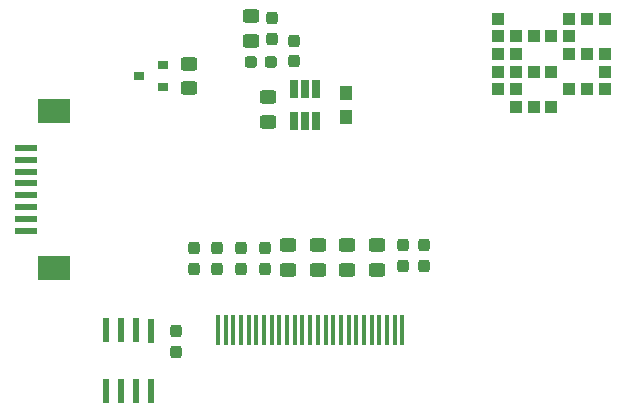
<source format=gtp>
G04 #@! TF.GenerationSoftware,KiCad,Pcbnew,(6.0.1-0)*
G04 #@! TF.CreationDate,2022-03-11T23:22:37+01:00*
G04 #@! TF.ProjectId,LidPCB,4c696450-4342-42e6-9b69-6361645f7063,rev?*
G04 #@! TF.SameCoordinates,Original*
G04 #@! TF.FileFunction,Paste,Top*
G04 #@! TF.FilePolarity,Positive*
%FSLAX46Y46*%
G04 Gerber Fmt 4.6, Leading zero omitted, Abs format (unit mm)*
G04 Created by KiCad (PCBNEW (6.0.1-0)) date 2022-03-11 23:22:37*
%MOMM*%
%LPD*%
G01*
G04 APERTURE LIST*
G04 Aperture macros list*
%AMRoundRect*
0 Rectangle with rounded corners*
0 $1 Rounding radius*
0 $2 $3 $4 $5 $6 $7 $8 $9 X,Y pos of 4 corners*
0 Add a 4 corners polygon primitive as box body*
4,1,4,$2,$3,$4,$5,$6,$7,$8,$9,$2,$3,0*
0 Add four circle primitives for the rounded corners*
1,1,$1+$1,$2,$3*
1,1,$1+$1,$4,$5*
1,1,$1+$1,$6,$7*
1,1,$1+$1,$8,$9*
0 Add four rect primitives between the rounded corners*
20,1,$1+$1,$2,$3,$4,$5,0*
20,1,$1+$1,$4,$5,$6,$7,0*
20,1,$1+$1,$6,$7,$8,$9,0*
20,1,$1+$1,$8,$9,$2,$3,0*%
G04 Aperture macros list end*
%ADD10R,1.000000X1.000000*%
%ADD11RoundRect,0.250000X0.450000X-0.325000X0.450000X0.325000X-0.450000X0.325000X-0.450000X-0.325000X0*%
%ADD12RoundRect,0.250000X-0.450000X0.325000X-0.450000X-0.325000X0.450000X-0.325000X0.450000X0.325000X0*%
%ADD13RoundRect,0.237500X-0.237500X0.287500X-0.237500X-0.287500X0.237500X-0.287500X0.237500X0.287500X0*%
%ADD14R,1.000000X1.200000*%
%ADD15R,1.000000X1.250000*%
%ADD16RoundRect,0.237500X0.237500X-0.287500X0.237500X0.287500X-0.237500X0.287500X-0.237500X-0.287500X0*%
%ADD17R,0.900000X0.800000*%
%ADD18R,1.900000X0.600000*%
%ADD19R,2.800000X2.100000*%
%ADD20R,0.650000X1.560000*%
%ADD21RoundRect,0.237500X-0.287500X-0.237500X0.287500X-0.237500X0.287500X0.237500X-0.287500X0.237500X0*%
%ADD22R,0.350000X2.500000*%
%ADD23R,0.558800X2.126800*%
G04 APERTURE END LIST*
D10*
X156775000Y-73050000D03*
X162775000Y-73050000D03*
X164275000Y-73050000D03*
X165775000Y-73050000D03*
X156775000Y-74550000D03*
X158275000Y-74550000D03*
X159775000Y-74550000D03*
X161275000Y-74550000D03*
X162775000Y-74550000D03*
X156775000Y-76050000D03*
X158275000Y-76050000D03*
X162775000Y-76050000D03*
X164275000Y-76050000D03*
X165775000Y-76050000D03*
X156775000Y-77550000D03*
X158275000Y-77550000D03*
X159775000Y-77550000D03*
X161275000Y-77550000D03*
X165775000Y-77550000D03*
X156775000Y-79050000D03*
X158275000Y-79050000D03*
X162775000Y-79050000D03*
X164275000Y-79050000D03*
X165775000Y-79050000D03*
X158275000Y-80550000D03*
X159775000Y-80550000D03*
X161275000Y-80550000D03*
D11*
X130600000Y-78925000D03*
X130600000Y-76875000D03*
D12*
X139000000Y-92250000D03*
X139000000Y-94300000D03*
D13*
X150500000Y-92250000D03*
X150500000Y-94000000D03*
D11*
X146500000Y-94300000D03*
X146500000Y-92250000D03*
D14*
X143900000Y-79350000D03*
D15*
X143900000Y-81375000D03*
D13*
X131000000Y-92500000D03*
X131000000Y-94250000D03*
X133000000Y-92500000D03*
X133000000Y-94250000D03*
X135000000Y-92500000D03*
X135000000Y-94250000D03*
D11*
X141500000Y-94300000D03*
X141500000Y-92250000D03*
D16*
X139500000Y-76675000D03*
X139500000Y-74925000D03*
D17*
X128350000Y-78850000D03*
X128350000Y-76950000D03*
X126350000Y-77900000D03*
D18*
X116800000Y-91000000D03*
X116800000Y-90000000D03*
X116800000Y-89000000D03*
X116800000Y-88000000D03*
X116800000Y-87000000D03*
X116800000Y-86000000D03*
X116800000Y-85000000D03*
X116800000Y-84000000D03*
D19*
X119150000Y-94150000D03*
X119150000Y-80850000D03*
D16*
X129500000Y-101250000D03*
X129500000Y-99500000D03*
D20*
X139450000Y-81700000D03*
X140400000Y-81700000D03*
X141350000Y-81700000D03*
X141350000Y-79000000D03*
X140400000Y-79000000D03*
X139450000Y-79000000D03*
D21*
X135825000Y-76700000D03*
X137575000Y-76700000D03*
D11*
X137250000Y-81775000D03*
X137250000Y-79725000D03*
D13*
X137600000Y-73025000D03*
X137600000Y-74775000D03*
D11*
X135800000Y-74925000D03*
X135800000Y-72875000D03*
D22*
X148650000Y-99450000D03*
X148000000Y-99450000D03*
X147350000Y-99450000D03*
X146700000Y-99450000D03*
X146050000Y-99450000D03*
X145400000Y-99450000D03*
X144750000Y-99450000D03*
X144100000Y-99450000D03*
X143450000Y-99450000D03*
X142800000Y-99450000D03*
X142150000Y-99450000D03*
X141500000Y-99450000D03*
X140850000Y-99450000D03*
X140200000Y-99450000D03*
X139550000Y-99450000D03*
X138900000Y-99450000D03*
X138250000Y-99450000D03*
X137600000Y-99450000D03*
X136950000Y-99450000D03*
X136300000Y-99450000D03*
X135650000Y-99450000D03*
X135000000Y-99450000D03*
X134350000Y-99450000D03*
X133700000Y-99450000D03*
X133050000Y-99450000D03*
D13*
X148750000Y-92250000D03*
X148750000Y-94000000D03*
X137000000Y-92500000D03*
X137000000Y-94250000D03*
D23*
X127405000Y-99463400D03*
X126135000Y-99450000D03*
X124865000Y-99450000D03*
X123595000Y-99450000D03*
X123595000Y-104550000D03*
X124865000Y-104550000D03*
X126135000Y-104550000D03*
X127405000Y-104550000D03*
D11*
X144000000Y-94300000D03*
X144000000Y-92250000D03*
M02*

</source>
